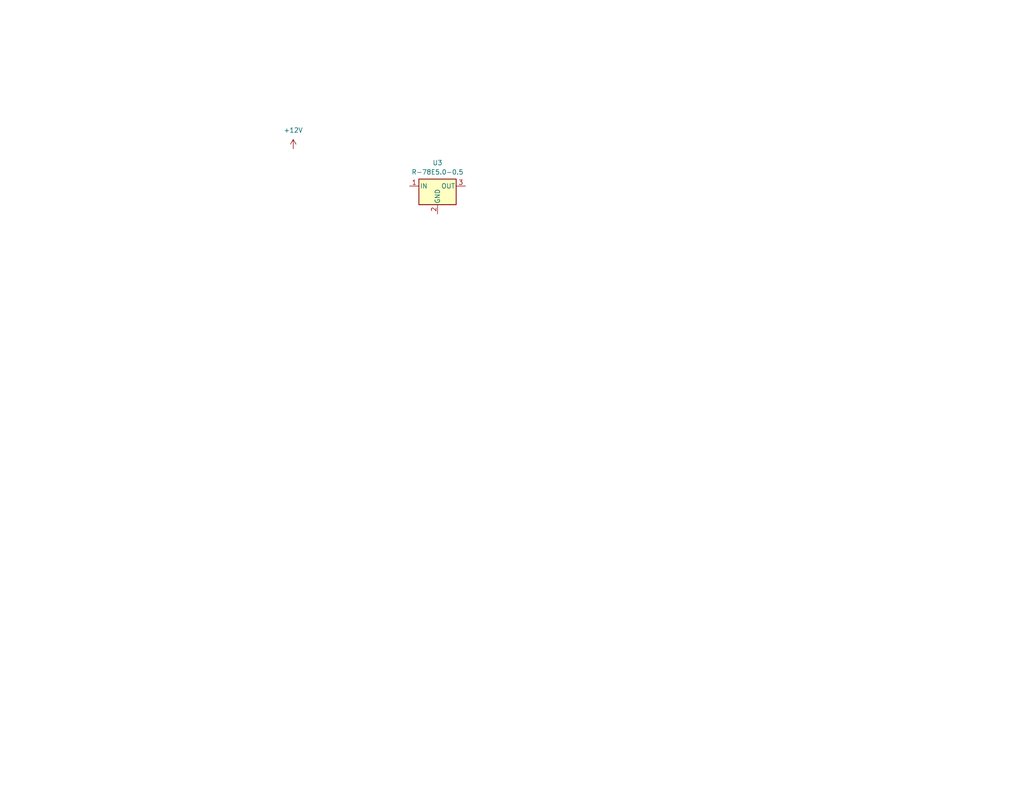
<source format=kicad_sch>
(kicad_sch (version 20230121) (generator eeschema)
  (paper "USLetter")
  (title_block (title "Dummy Load V2") (rev "1"))
  (lib_symbols
    (symbol "Regulator_Switching:R-78E5.0-0.5" (pin_names (offset 0.254))
      (property "Reference" "U" (at -3.81 3.175 0))
      (property "Value" "R-78E5.0-0.5" (at 0 3.175 0))
      (symbol "R-78E5.0-0.5_0_1"
        (rectangle (start -5.08 1.905) (end 5.08 -5.08) (stroke (width 0.254)) (fill (type background)))
      )
      (symbol "R-78E5.0-0.5_1_1"
        (pin power_in line (at -7.62 0 0) (length 2.54) (name "IN") (number "1"))
        (pin power_in line (at 0 -7.62 90) (length 2.54) (name "GND") (number "2"))
        (pin power_out line (at 7.62 0 180) (length 2.54) (name "OUT") (number "3"))
      )
    )
    (symbol "power:+12V" (power) (pin_names (offset 0))
      (property "Value" "+12V" (at 0 3.556 0))
      (symbol "+12V_0_1"
        (polyline (pts (xy -0.762 1.27) (xy 0 2.54)))
        (polyline (pts (xy 0 0) (xy 0 2.54)))
        (polyline (pts (xy 0 2.54) (xy 0.762 1.27)))
      )
      (symbol "+12V_1_1"
        (pin power_in line (at 0 0 90) (length 0) hide (name "+12V") (number "1"))
      )
    )
  )
  (symbol (lib_id "Regulator_Switching:R-78E5.0-0.5") (at 119.38 50.8 0) (unit 1)
    (property "Reference" "U3" (at 119.38 44.45 0))
    (property "Value" "R-78E5.0-0.5" (at 119.38 46.99 0))
    (property "Footprint" "Converter_DCDC:Converter_DCDC_RECOM_R-78E-0.5_THT" (effects hide))
    (property "Datasheet" "https://www.recom-power.com/pdf/Innoline/R-78Exx-0.5.pdf" (effects hide))
    (instances (project "DummyLoadV2" (path "" (reference "U3") (unit 1)) (path "" (reference "U4") (unit 1))))
  )
  (symbol (lib_id "power:+12V") (at 80.01 40.64 0) (unit 1)
    (property "Reference" "#PWR017" (effects hide))
    (property "Value" "+12V" (at 80.01 35.56 0))
    (instances (project "DummyLoadV2" (path "" (reference "#PWR017") (unit 1)) (path "" (reference "#PWR018") (unit 1))))
  )
)
</source>
